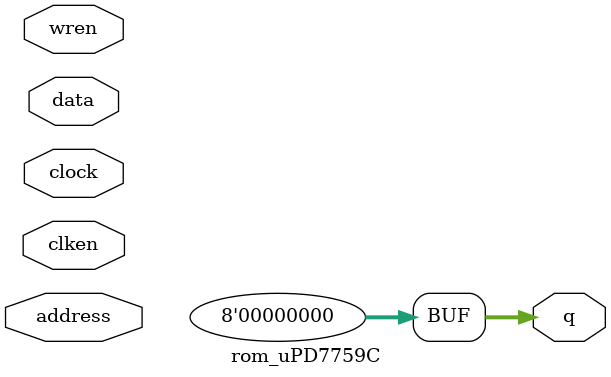
<source format=v>
module rom_uPD7759C(	// file.cleaned.mlir:2:3
  input  [16:0] address,	// file.cleaned.mlir:2:30
  input         clken,	// file.cleaned.mlir:2:49
                clock,	// file.cleaned.mlir:2:65
  input  [7:0]  data,	// file.cleaned.mlir:2:81
  input         wren,	// file.cleaned.mlir:2:96
  output [7:0]  q	// file.cleaned.mlir:2:112
);

  assign q = 8'h0;	// file.cleaned.mlir:3:14, :4:5
endmodule


</source>
